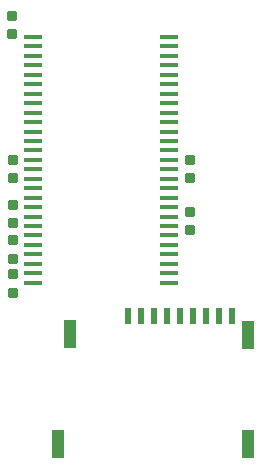
<source format=gbp>
G04 #@! TF.GenerationSoftware,KiCad,Pcbnew,7.0.1-3b83917a11~172~ubuntu22.10.1*
G04 #@! TF.CreationDate,2023-03-21T16:32:08+07:00*
G04 #@! TF.ProjectId,GatewayPlus_V1.4,47617465-7761-4795-906c-75735f56312e,rev?*
G04 #@! TF.SameCoordinates,Original*
G04 #@! TF.FileFunction,Paste,Bot*
G04 #@! TF.FilePolarity,Positive*
%FSLAX46Y46*%
G04 Gerber Fmt 4.6, Leading zero omitted, Abs format (unit mm)*
G04 Created by KiCad (PCBNEW 7.0.1-3b83917a11~172~ubuntu22.10.1) date 2023-03-21 16:32:08*
%MOMM*%
%LPD*%
G01*
G04 APERTURE LIST*
G04 Aperture macros list*
%AMRoundRect*
0 Rectangle with rounded corners*
0 $1 Rounding radius*
0 $2 $3 $4 $5 $6 $7 $8 $9 X,Y pos of 4 corners*
0 Add a 4 corners polygon primitive as box body*
4,1,4,$2,$3,$4,$5,$6,$7,$8,$9,$2,$3,0*
0 Add four circle primitives for the rounded corners*
1,1,$1+$1,$2,$3*
1,1,$1+$1,$4,$5*
1,1,$1+$1,$6,$7*
1,1,$1+$1,$8,$9*
0 Add four rect primitives between the rounded corners*
20,1,$1+$1,$2,$3,$4,$5,0*
20,1,$1+$1,$4,$5,$6,$7,0*
20,1,$1+$1,$6,$7,$8,$9,0*
20,1,$1+$1,$8,$9,$2,$3,0*%
G04 Aperture macros list end*
%ADD10RoundRect,0.127500X-0.322500X0.297500X-0.322500X-0.297500X0.322500X-0.297500X0.322500X0.297500X0*%
%ADD11R,1.510000X0.458000*%
%ADD12RoundRect,0.127500X0.322500X-0.297500X0.322500X0.297500X-0.322500X0.297500X-0.322500X-0.297500X0*%
%ADD13R,0.620000X1.400000*%
%ADD14R,1.100000X2.400000*%
G04 APERTURE END LIST*
D10*
X140685000Y-95434056D03*
X140685000Y-96984056D03*
D11*
X142410000Y-99009056D03*
X142410000Y-98209056D03*
X142410000Y-97409056D03*
X142410000Y-96609056D03*
X142410000Y-95809056D03*
X142410000Y-95009056D03*
X142410000Y-94209056D03*
X142410000Y-93409056D03*
X142410000Y-92609056D03*
X142410000Y-91809056D03*
X142410000Y-91009056D03*
X142410000Y-90209056D03*
X142410000Y-89409056D03*
X142410000Y-88609056D03*
X142410000Y-87809056D03*
X142410000Y-87009056D03*
X142410000Y-86209056D03*
X142410000Y-85409056D03*
X142410000Y-84609056D03*
X142410000Y-83809056D03*
X142410000Y-83009056D03*
X142410000Y-82209056D03*
X142410000Y-81409056D03*
X142410000Y-80609056D03*
X142410000Y-79809056D03*
X142410000Y-79009056D03*
X142410000Y-78209056D03*
X153910000Y-78209056D03*
X153910000Y-79009056D03*
X153910000Y-79809056D03*
X153910000Y-80609056D03*
X153910000Y-81409056D03*
X153910000Y-82209056D03*
X153910000Y-83009056D03*
X153910000Y-83809056D03*
X153910000Y-84609056D03*
X153910000Y-85409056D03*
X153910000Y-86209056D03*
X153910000Y-87009056D03*
X153910000Y-87809056D03*
X153910000Y-88609056D03*
X153910000Y-89409056D03*
X153910000Y-90209056D03*
X153910000Y-91009056D03*
X153910000Y-91809056D03*
X153910000Y-92609056D03*
X153910000Y-93409056D03*
X153910000Y-94209056D03*
X153910000Y-95009056D03*
X153910000Y-95809056D03*
X153910000Y-96609056D03*
X153910000Y-97409056D03*
X153910000Y-98209056D03*
X153910000Y-99009056D03*
D10*
X155635000Y-93034056D03*
X155635000Y-94584056D03*
D12*
X140685000Y-93984056D03*
X140685000Y-92434056D03*
D10*
X155635000Y-88634056D03*
X155635000Y-90184056D03*
D12*
X140685000Y-99859056D03*
X140685000Y-98309056D03*
D13*
X159230000Y-101831556D03*
X150430000Y-101831556D03*
X151530000Y-101831556D03*
X152630000Y-101831556D03*
X153730000Y-101831556D03*
X154830000Y-101831556D03*
X155930000Y-101831556D03*
X157030000Y-101831556D03*
X158130000Y-101831556D03*
D14*
X160610000Y-112636556D03*
X160610000Y-103456556D03*
X145510000Y-103381556D03*
X144535000Y-112631556D03*
D12*
X140685000Y-90184056D03*
X140685000Y-88634056D03*
D10*
X140560000Y-76435000D03*
X140560000Y-77985000D03*
M02*

</source>
